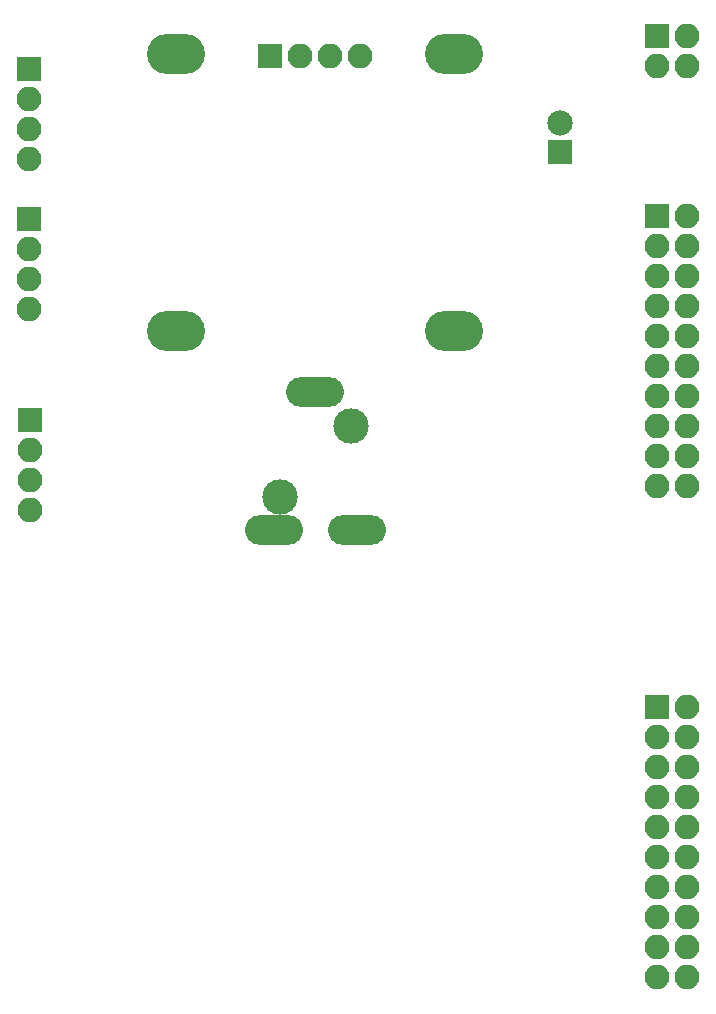
<source format=gbr>
G04 #@! TF.GenerationSoftware,KiCad,Pcbnew,(5.0.0)*
G04 #@! TF.CreationDate,2019-02-20T18:13:07-05:00*
G04 #@! TF.ProjectId,AVR_LCD 2.0,4156525F4C434420322E302E6B696361,rev?*
G04 #@! TF.SameCoordinates,Original*
G04 #@! TF.FileFunction,Soldermask,Bot*
G04 #@! TF.FilePolarity,Negative*
%FSLAX46Y46*%
G04 Gerber Fmt 4.6, Leading zero omitted, Abs format (unit mm)*
G04 Created by KiCad (PCBNEW (5.0.0)) date 02/20/19 18:13:07*
%MOMM*%
%LPD*%
G01*
G04 APERTURE LIST*
%ADD10O,2.100000X2.100000*%
%ADD11R,2.100000X2.100000*%
%ADD12C,2.150000*%
%ADD13R,2.150000X2.150000*%
%ADD14O,4.900000X3.400000*%
%ADD15C,3.000000*%
%ADD16O,4.900000X2.500000*%
G04 APERTURE END LIST*
D10*
G04 #@! TO.C,BreakOut_EXT1*
X113840000Y-134810000D03*
X111300000Y-134810000D03*
X113840000Y-132270000D03*
X111300000Y-132270000D03*
X113840000Y-129730000D03*
X111300000Y-129730000D03*
X113840000Y-127190000D03*
X111300000Y-127190000D03*
X113840000Y-124650000D03*
X111300000Y-124650000D03*
X113840000Y-122110000D03*
X111300000Y-122110000D03*
X113840000Y-119570000D03*
X111300000Y-119570000D03*
X113840000Y-117030000D03*
X111300000Y-117030000D03*
X113840000Y-114490000D03*
X111300000Y-114490000D03*
X113840000Y-111950000D03*
D11*
X111300000Y-111950000D03*
G04 #@! TD*
D10*
G04 #@! TO.C,J1*
X58194800Y-95248800D03*
X58194800Y-92708800D03*
X58194800Y-90168800D03*
D11*
X58194800Y-87628800D03*
G04 #@! TD*
D10*
G04 #@! TO.C,J2*
X58160000Y-65480000D03*
X58160000Y-62940000D03*
X58160000Y-60400000D03*
D11*
X58160000Y-57860000D03*
G04 #@! TD*
D10*
G04 #@! TO.C,J3*
X113840000Y-57650000D03*
X111300000Y-57650000D03*
X113840000Y-55110000D03*
D11*
X111300000Y-55110000D03*
G04 #@! TD*
G04 #@! TO.C,J4*
X58160000Y-70560000D03*
D10*
X58160000Y-73100000D03*
X58160000Y-75640000D03*
X58160000Y-78180000D03*
G04 #@! TD*
D12*
G04 #@! TO.C,J5*
X103090000Y-62450000D03*
D13*
X103090000Y-64950000D03*
G04 #@! TD*
D10*
G04 #@! TO.C,U2*
X86160000Y-56800000D03*
X83620000Y-56800000D03*
X81080000Y-56800000D03*
D11*
X78540000Y-56800000D03*
D14*
X94090000Y-56600000D03*
X70590000Y-56600000D03*
X94090000Y-80100000D03*
X70590000Y-80100000D03*
G04 #@! TD*
D15*
G04 #@! TO.C,U5*
X85390000Y-88100000D03*
X79390000Y-94100000D03*
D16*
X82340000Y-85250000D03*
X85890000Y-96950000D03*
X78840000Y-96950000D03*
G04 #@! TD*
D11*
G04 #@! TO.C,X-Plained_EXT1*
X111300000Y-70340000D03*
D10*
X113840000Y-70340000D03*
X111300000Y-72880000D03*
X113840000Y-72880000D03*
X111300000Y-75420000D03*
X113840000Y-75420000D03*
X111300000Y-77960000D03*
X113840000Y-77960000D03*
X111300000Y-80500000D03*
X113840000Y-80500000D03*
X111300000Y-83040000D03*
X113840000Y-83040000D03*
X111300000Y-85580000D03*
X113840000Y-85580000D03*
X111300000Y-88120000D03*
X113840000Y-88120000D03*
X111300000Y-90660000D03*
X113840000Y-90660000D03*
X111300000Y-93200000D03*
X113840000Y-93200000D03*
G04 #@! TD*
M02*

</source>
